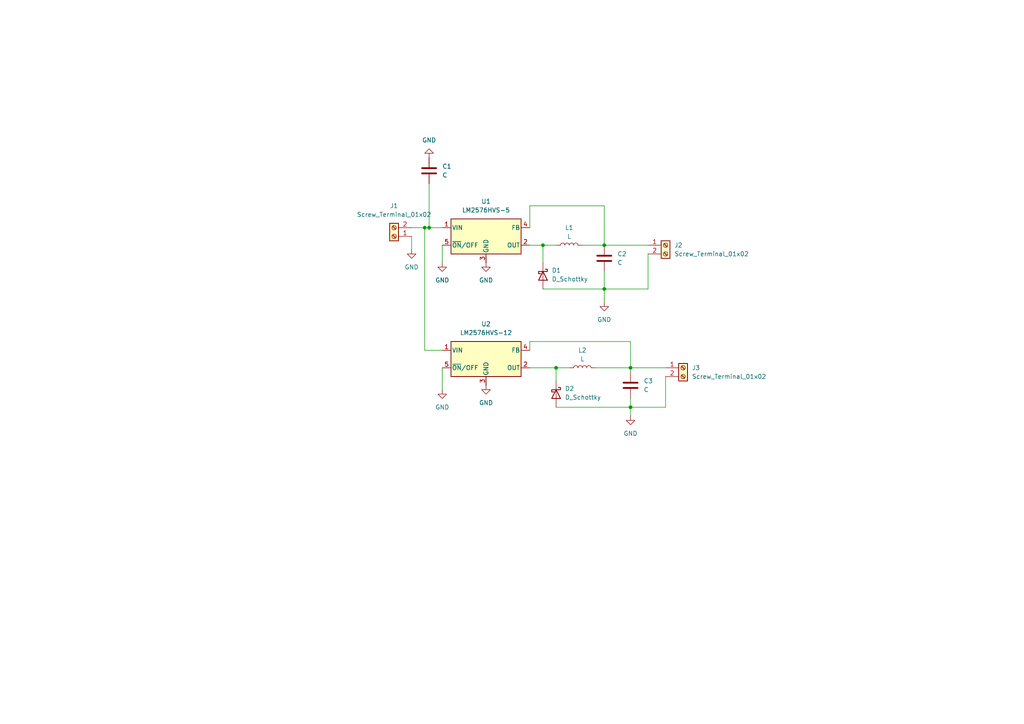
<source format=kicad_sch>
(kicad_sch
	(version 20250114)
	(generator "eeschema")
	(generator_version "9.0")
	(uuid "a359a980-6c20-4d06-addb-a7e1b17d83ec")
	(paper "A4")
	(lib_symbols
		(symbol "Connector:Screw_Terminal_01x02"
			(pin_names
				(offset 1.016)
				(hide yes)
			)
			(exclude_from_sim no)
			(in_bom yes)
			(on_board yes)
			(property "Reference" "J"
				(at 0 2.54 0)
				(effects
					(font
						(size 1.27 1.27)
					)
				)
			)
			(property "Value" "Screw_Terminal_01x02"
				(at 0 -5.08 0)
				(effects
					(font
						(size 1.27 1.27)
					)
				)
			)
			(property "Footprint" ""
				(at 0 0 0)
				(effects
					(font
						(size 1.27 1.27)
					)
					(hide yes)
				)
			)
			(property "Datasheet" "~"
				(at 0 0 0)
				(effects
					(font
						(size 1.27 1.27)
					)
					(hide yes)
				)
			)
			(property "Description" "Generic screw terminal, single row, 01x02, script generated (kicad-library-utils/schlib/autogen/connector/)"
				(at 0 0 0)
				(effects
					(font
						(size 1.27 1.27)
					)
					(hide yes)
				)
			)
			(property "ki_keywords" "screw terminal"
				(at 0 0 0)
				(effects
					(font
						(size 1.27 1.27)
					)
					(hide yes)
				)
			)
			(property "ki_fp_filters" "TerminalBlock*:*"
				(at 0 0 0)
				(effects
					(font
						(size 1.27 1.27)
					)
					(hide yes)
				)
			)
			(symbol "Screw_Terminal_01x02_1_1"
				(rectangle
					(start -1.27 1.27)
					(end 1.27 -3.81)
					(stroke
						(width 0.254)
						(type default)
					)
					(fill
						(type background)
					)
				)
				(polyline
					(pts
						(xy -0.5334 0.3302) (xy 0.3302 -0.508)
					)
					(stroke
						(width 0.1524)
						(type default)
					)
					(fill
						(type none)
					)
				)
				(polyline
					(pts
						(xy -0.5334 -2.2098) (xy 0.3302 -3.048)
					)
					(stroke
						(width 0.1524)
						(type default)
					)
					(fill
						(type none)
					)
				)
				(polyline
					(pts
						(xy -0.3556 0.508) (xy 0.508 -0.3302)
					)
					(stroke
						(width 0.1524)
						(type default)
					)
					(fill
						(type none)
					)
				)
				(polyline
					(pts
						(xy -0.3556 -2.032) (xy 0.508 -2.8702)
					)
					(stroke
						(width 0.1524)
						(type default)
					)
					(fill
						(type none)
					)
				)
				(circle
					(center 0 0)
					(radius 0.635)
					(stroke
						(width 0.1524)
						(type default)
					)
					(fill
						(type none)
					)
				)
				(circle
					(center 0 -2.54)
					(radius 0.635)
					(stroke
						(width 0.1524)
						(type default)
					)
					(fill
						(type none)
					)
				)
				(pin passive line
					(at -5.08 0 0)
					(length 3.81)
					(name "Pin_1"
						(effects
							(font
								(size 1.27 1.27)
							)
						)
					)
					(number "1"
						(effects
							(font
								(size 1.27 1.27)
							)
						)
					)
				)
				(pin passive line
					(at -5.08 -2.54 0)
					(length 3.81)
					(name "Pin_2"
						(effects
							(font
								(size 1.27 1.27)
							)
						)
					)
					(number "2"
						(effects
							(font
								(size 1.27 1.27)
							)
						)
					)
				)
			)
			(embedded_fonts no)
		)
		(symbol "Device:C"
			(pin_numbers
				(hide yes)
			)
			(pin_names
				(offset 0.254)
			)
			(exclude_from_sim no)
			(in_bom yes)
			(on_board yes)
			(property "Reference" "C"
				(at 0.635 2.54 0)
				(effects
					(font
						(size 1.27 1.27)
					)
					(justify left)
				)
			)
			(property "Value" "C"
				(at 0.635 -2.54 0)
				(effects
					(font
						(size 1.27 1.27)
					)
					(justify left)
				)
			)
			(property "Footprint" ""
				(at 0.9652 -3.81 0)
				(effects
					(font
						(size 1.27 1.27)
					)
					(hide yes)
				)
			)
			(property "Datasheet" "~"
				(at 0 0 0)
				(effects
					(font
						(size 1.27 1.27)
					)
					(hide yes)
				)
			)
			(property "Description" "Unpolarized capacitor"
				(at 0 0 0)
				(effects
					(font
						(size 1.27 1.27)
					)
					(hide yes)
				)
			)
			(property "ki_keywords" "cap capacitor"
				(at 0 0 0)
				(effects
					(font
						(size 1.27 1.27)
					)
					(hide yes)
				)
			)
			(property "ki_fp_filters" "C_*"
				(at 0 0 0)
				(effects
					(font
						(size 1.27 1.27)
					)
					(hide yes)
				)
			)
			(symbol "C_0_1"
				(polyline
					(pts
						(xy -2.032 0.762) (xy 2.032 0.762)
					)
					(stroke
						(width 0.508)
						(type default)
					)
					(fill
						(type none)
					)
				)
				(polyline
					(pts
						(xy -2.032 -0.762) (xy 2.032 -0.762)
					)
					(stroke
						(width 0.508)
						(type default)
					)
					(fill
						(type none)
					)
				)
			)
			(symbol "C_1_1"
				(pin passive line
					(at 0 3.81 270)
					(length 2.794)
					(name "~"
						(effects
							(font
								(size 1.27 1.27)
							)
						)
					)
					(number "1"
						(effects
							(font
								(size 1.27 1.27)
							)
						)
					)
				)
				(pin passive line
					(at 0 -3.81 90)
					(length 2.794)
					(name "~"
						(effects
							(font
								(size 1.27 1.27)
							)
						)
					)
					(number "2"
						(effects
							(font
								(size 1.27 1.27)
							)
						)
					)
				)
			)
			(embedded_fonts no)
		)
		(symbol "Device:D_Schottky"
			(pin_numbers
				(hide yes)
			)
			(pin_names
				(offset 1.016)
				(hide yes)
			)
			(exclude_from_sim no)
			(in_bom yes)
			(on_board yes)
			(property "Reference" "D"
				(at 0 2.54 0)
				(effects
					(font
						(size 1.27 1.27)
					)
				)
			)
			(property "Value" "D_Schottky"
				(at 0 -2.54 0)
				(effects
					(font
						(size 1.27 1.27)
					)
				)
			)
			(property "Footprint" ""
				(at 0 0 0)
				(effects
					(font
						(size 1.27 1.27)
					)
					(hide yes)
				)
			)
			(property "Datasheet" "~"
				(at 0 0 0)
				(effects
					(font
						(size 1.27 1.27)
					)
					(hide yes)
				)
			)
			(property "Description" "Schottky diode"
				(at 0 0 0)
				(effects
					(font
						(size 1.27 1.27)
					)
					(hide yes)
				)
			)
			(property "ki_keywords" "diode Schottky"
				(at 0 0 0)
				(effects
					(font
						(size 1.27 1.27)
					)
					(hide yes)
				)
			)
			(property "ki_fp_filters" "TO-???* *_Diode_* *SingleDiode* D_*"
				(at 0 0 0)
				(effects
					(font
						(size 1.27 1.27)
					)
					(hide yes)
				)
			)
			(symbol "D_Schottky_0_1"
				(polyline
					(pts
						(xy -1.905 0.635) (xy -1.905 1.27) (xy -1.27 1.27) (xy -1.27 -1.27) (xy -0.635 -1.27) (xy -0.635 -0.635)
					)
					(stroke
						(width 0.254)
						(type default)
					)
					(fill
						(type none)
					)
				)
				(polyline
					(pts
						(xy 1.27 1.27) (xy 1.27 -1.27) (xy -1.27 0) (xy 1.27 1.27)
					)
					(stroke
						(width 0.254)
						(type default)
					)
					(fill
						(type none)
					)
				)
				(polyline
					(pts
						(xy 1.27 0) (xy -1.27 0)
					)
					(stroke
						(width 0)
						(type default)
					)
					(fill
						(type none)
					)
				)
			)
			(symbol "D_Schottky_1_1"
				(pin passive line
					(at -3.81 0 0)
					(length 2.54)
					(name "K"
						(effects
							(font
								(size 1.27 1.27)
							)
						)
					)
					(number "1"
						(effects
							(font
								(size 1.27 1.27)
							)
						)
					)
				)
				(pin passive line
					(at 3.81 0 180)
					(length 2.54)
					(name "A"
						(effects
							(font
								(size 1.27 1.27)
							)
						)
					)
					(number "2"
						(effects
							(font
								(size 1.27 1.27)
							)
						)
					)
				)
			)
			(embedded_fonts no)
		)
		(symbol "Device:L"
			(pin_numbers
				(hide yes)
			)
			(pin_names
				(offset 1.016)
				(hide yes)
			)
			(exclude_from_sim no)
			(in_bom yes)
			(on_board yes)
			(property "Reference" "L"
				(at -1.27 0 90)
				(effects
					(font
						(size 1.27 1.27)
					)
				)
			)
			(property "Value" "L"
				(at 1.905 0 90)
				(effects
					(font
						(size 1.27 1.27)
					)
				)
			)
			(property "Footprint" ""
				(at 0 0 0)
				(effects
					(font
						(size 1.27 1.27)
					)
					(hide yes)
				)
			)
			(property "Datasheet" "~"
				(at 0 0 0)
				(effects
					(font
						(size 1.27 1.27)
					)
					(hide yes)
				)
			)
			(property "Description" "Inductor"
				(at 0 0 0)
				(effects
					(font
						(size 1.27 1.27)
					)
					(hide yes)
				)
			)
			(property "ki_keywords" "inductor choke coil reactor magnetic"
				(at 0 0 0)
				(effects
					(font
						(size 1.27 1.27)
					)
					(hide yes)
				)
			)
			(property "ki_fp_filters" "Choke_* *Coil* Inductor_* L_*"
				(at 0 0 0)
				(effects
					(font
						(size 1.27 1.27)
					)
					(hide yes)
				)
			)
			(symbol "L_0_1"
				(arc
					(start 0 2.54)
					(mid 0.6323 1.905)
					(end 0 1.27)
					(stroke
						(width 0)
						(type default)
					)
					(fill
						(type none)
					)
				)
				(arc
					(start 0 1.27)
					(mid 0.6323 0.635)
					(end 0 0)
					(stroke
						(width 0)
						(type default)
					)
					(fill
						(type none)
					)
				)
				(arc
					(start 0 0)
					(mid 0.6323 -0.635)
					(end 0 -1.27)
					(stroke
						(width 0)
						(type default)
					)
					(fill
						(type none)
					)
				)
				(arc
					(start 0 -1.27)
					(mid 0.6323 -1.905)
					(end 0 -2.54)
					(stroke
						(width 0)
						(type default)
					)
					(fill
						(type none)
					)
				)
			)
			(symbol "L_1_1"
				(pin passive line
					(at 0 3.81 270)
					(length 1.27)
					(name "1"
						(effects
							(font
								(size 1.27 1.27)
							)
						)
					)
					(number "1"
						(effects
							(font
								(size 1.27 1.27)
							)
						)
					)
				)
				(pin passive line
					(at 0 -3.81 90)
					(length 1.27)
					(name "2"
						(effects
							(font
								(size 1.27 1.27)
							)
						)
					)
					(number "2"
						(effects
							(font
								(size 1.27 1.27)
							)
						)
					)
				)
			)
			(embedded_fonts no)
		)
		(symbol "Regulator_Switching:LM2576HVS-12"
			(pin_names
				(offset 0.254)
			)
			(exclude_from_sim no)
			(in_bom yes)
			(on_board yes)
			(property "Reference" "U"
				(at -10.16 6.35 0)
				(effects
					(font
						(size 1.27 1.27)
					)
					(justify left)
				)
			)
			(property "Value" "LM2576HVS-12"
				(at 0 6.35 0)
				(effects
					(font
						(size 1.27 1.27)
					)
					(justify left)
				)
			)
			(property "Footprint" "Package_TO_SOT_SMD:TO-263-5_TabPin3"
				(at 0 -6.35 0)
				(effects
					(font
						(size 1.27 1.27)
						(italic yes)
					)
					(justify left)
					(hide yes)
				)
			)
			(property "Datasheet" "http://www.ti.com/lit/ds/symlink/lm2576.pdf"
				(at 0 0 0)
				(effects
					(font
						(size 1.27 1.27)
					)
					(hide yes)
				)
			)
			(property "Description" "12V, 3A SIMPLE SWITCHER® Step-Down Voltage Regulator, High Voltage Input, TO-263"
				(at 0 0 0)
				(effects
					(font
						(size 1.27 1.27)
					)
					(hide yes)
				)
			)
			(property "ki_keywords" "Step-Down Voltage Regulator 12V 3A High Voltage"
				(at 0 0 0)
				(effects
					(font
						(size 1.27 1.27)
					)
					(hide yes)
				)
			)
			(property "ki_fp_filters" "TO?263*"
				(at 0 0 0)
				(effects
					(font
						(size 1.27 1.27)
					)
					(hide yes)
				)
			)
			(symbol "LM2576HVS-12_0_1"
				(rectangle
					(start -10.16 5.08)
					(end 10.16 -5.08)
					(stroke
						(width 0.254)
						(type default)
					)
					(fill
						(type background)
					)
				)
			)
			(symbol "LM2576HVS-12_1_1"
				(pin power_in line
					(at -12.7 2.54 0)
					(length 2.54)
					(name "VIN"
						(effects
							(font
								(size 1.27 1.27)
							)
						)
					)
					(number "1"
						(effects
							(font
								(size 1.27 1.27)
							)
						)
					)
				)
				(pin input line
					(at -12.7 -2.54 0)
					(length 2.54)
					(name "~{ON}/OFF"
						(effects
							(font
								(size 1.27 1.27)
							)
						)
					)
					(number "5"
						(effects
							(font
								(size 1.27 1.27)
							)
						)
					)
				)
				(pin power_in line
					(at 0 -7.62 90)
					(length 2.54)
					(name "GND"
						(effects
							(font
								(size 1.27 1.27)
							)
						)
					)
					(number "3"
						(effects
							(font
								(size 1.27 1.27)
							)
						)
					)
				)
				(pin input line
					(at 12.7 2.54 180)
					(length 2.54)
					(name "FB"
						(effects
							(font
								(size 1.27 1.27)
							)
						)
					)
					(number "4"
						(effects
							(font
								(size 1.27 1.27)
							)
						)
					)
				)
				(pin output line
					(at 12.7 -2.54 180)
					(length 2.54)
					(name "OUT"
						(effects
							(font
								(size 1.27 1.27)
							)
						)
					)
					(number "2"
						(effects
							(font
								(size 1.27 1.27)
							)
						)
					)
				)
			)
			(embedded_fonts no)
		)
		(symbol "Regulator_Switching:LM2576HVS-5"
			(pin_names
				(offset 0.254)
			)
			(exclude_from_sim no)
			(in_bom yes)
			(on_board yes)
			(property "Reference" "U"
				(at -10.16 6.35 0)
				(effects
					(font
						(size 1.27 1.27)
					)
					(justify left)
				)
			)
			(property "Value" "LM2576HVS-5"
				(at 0 6.35 0)
				(effects
					(font
						(size 1.27 1.27)
					)
					(justify left)
				)
			)
			(property "Footprint" "Package_TO_SOT_SMD:TO-263-5_TabPin3"
				(at 0 -6.35 0)
				(effects
					(font
						(size 1.27 1.27)
						(italic yes)
					)
					(justify left)
					(hide yes)
				)
			)
			(property "Datasheet" "http://www.ti.com/lit/ds/symlink/lm2576.pdf"
				(at 0 0 0)
				(effects
					(font
						(size 1.27 1.27)
					)
					(hide yes)
				)
			)
			(property "Description" "5V 3A, SIMPLE SWITCHER® Step-Down Voltage Regulator, High Voltage Input, TO-263"
				(at 0 0 0)
				(effects
					(font
						(size 1.27 1.27)
					)
					(hide yes)
				)
			)
			(property "ki_keywords" "Step-Down Voltage Regulator 5V 3A High Voltage"
				(at 0 0 0)
				(effects
					(font
						(size 1.27 1.27)
					)
					(hide yes)
				)
			)
			(property "ki_fp_filters" "TO?263*"
				(at 0 0 0)
				(effects
					(font
						(size 1.27 1.27)
					)
					(hide yes)
				)
			)
			(symbol "LM2576HVS-5_0_1"
				(rectangle
					(start -10.16 5.08)
					(end 10.16 -5.08)
					(stroke
						(width 0.254)
						(type default)
					)
					(fill
						(type background)
					)
				)
			)
			(symbol "LM2576HVS-5_1_1"
				(pin power_in line
					(at -12.7 2.54 0)
					(length 2.54)
					(name "VIN"
						(effects
							(font
								(size 1.27 1.27)
							)
						)
					)
					(number "1"
						(effects
							(font
								(size 1.27 1.27)
							)
						)
					)
				)
				(pin input line
					(at -12.7 -2.54 0)
					(length 2.54)
					(name "~{ON}/OFF"
						(effects
							(font
								(size 1.27 1.27)
							)
						)
					)
					(number "5"
						(effects
							(font
								(size 1.27 1.27)
							)
						)
					)
				)
				(pin power_in line
					(at 0 -7.62 90)
					(length 2.54)
					(name "GND"
						(effects
							(font
								(size 1.27 1.27)
							)
						)
					)
					(number "3"
						(effects
							(font
								(size 1.27 1.27)
							)
						)
					)
				)
				(pin input line
					(at 12.7 2.54 180)
					(length 2.54)
					(name "FB"
						(effects
							(font
								(size 1.27 1.27)
							)
						)
					)
					(number "4"
						(effects
							(font
								(size 1.27 1.27)
							)
						)
					)
				)
				(pin output line
					(at 12.7 -2.54 180)
					(length 2.54)
					(name "OUT"
						(effects
							(font
								(size 1.27 1.27)
							)
						)
					)
					(number "2"
						(effects
							(font
								(size 1.27 1.27)
							)
						)
					)
				)
			)
			(embedded_fonts no)
		)
		(symbol "power:GND"
			(power)
			(pin_numbers
				(hide yes)
			)
			(pin_names
				(offset 0)
				(hide yes)
			)
			(exclude_from_sim no)
			(in_bom yes)
			(on_board yes)
			(property "Reference" "#PWR"
				(at 0 -6.35 0)
				(effects
					(font
						(size 1.27 1.27)
					)
					(hide yes)
				)
			)
			(property "Value" "GND"
				(at 0 -3.81 0)
				(effects
					(font
						(size 1.27 1.27)
					)
				)
			)
			(property "Footprint" ""
				(at 0 0 0)
				(effects
					(font
						(size 1.27 1.27)
					)
					(hide yes)
				)
			)
			(property "Datasheet" ""
				(at 0 0 0)
				(effects
					(font
						(size 1.27 1.27)
					)
					(hide yes)
				)
			)
			(property "Description" "Power symbol creates a global label with name \"GND\" , ground"
				(at 0 0 0)
				(effects
					(font
						(size 1.27 1.27)
					)
					(hide yes)
				)
			)
			(property "ki_keywords" "global power"
				(at 0 0 0)
				(effects
					(font
						(size 1.27 1.27)
					)
					(hide yes)
				)
			)
			(symbol "GND_0_1"
				(polyline
					(pts
						(xy 0 0) (xy 0 -1.27) (xy 1.27 -1.27) (xy 0 -2.54) (xy -1.27 -1.27) (xy 0 -1.27)
					)
					(stroke
						(width 0)
						(type default)
					)
					(fill
						(type none)
					)
				)
			)
			(symbol "GND_1_1"
				(pin power_in line
					(at 0 0 270)
					(length 0)
					(name "~"
						(effects
							(font
								(size 1.27 1.27)
							)
						)
					)
					(number "1"
						(effects
							(font
								(size 1.27 1.27)
							)
						)
					)
				)
			)
			(embedded_fonts no)
		)
	)
	(junction
		(at 161.29 106.68)
		(diameter 0)
		(color 0 0 0 0)
		(uuid "0237a178-f4fa-4dd0-8eec-c5a360df7205")
	)
	(junction
		(at 157.48 71.12)
		(diameter 0)
		(color 0 0 0 0)
		(uuid "0d605157-dd7b-40e6-b3da-7a8265f211d1")
	)
	(junction
		(at 124.46 66.04)
		(diameter 0)
		(color 0 0 0 0)
		(uuid "4c25d9cf-7c1a-4f5c-94a0-c16ee6427398")
	)
	(junction
		(at 175.26 83.82)
		(diameter 0)
		(color 0 0 0 0)
		(uuid "5f967704-0dc3-474f-981b-eefb2faf2e6b")
	)
	(junction
		(at 182.88 118.11)
		(diameter 0)
		(color 0 0 0 0)
		(uuid "78a7d14f-aa57-4fde-9cae-e3c17774c45d")
	)
	(junction
		(at 175.26 71.12)
		(diameter 0)
		(color 0 0 0 0)
		(uuid "902a9b64-28a8-43d8-9714-bcdac6475252")
	)
	(junction
		(at 123.19 66.04)
		(diameter 0)
		(color 0 0 0 0)
		(uuid "efb71dd7-4ae3-468e-a09c-d84df6af89e5")
	)
	(junction
		(at 182.88 106.68)
		(diameter 0)
		(color 0 0 0 0)
		(uuid "f9e596ab-8396-4916-a381-1de6926ab0ad")
	)
	(wire
		(pts
			(xy 175.26 59.69) (xy 153.67 59.69)
		)
		(stroke
			(width 0)
			(type default)
		)
		(uuid "05989d3d-fbb2-419e-9a4c-c9895c634b5c")
	)
	(wire
		(pts
			(xy 182.88 118.11) (xy 182.88 120.65)
		)
		(stroke
			(width 0)
			(type default)
		)
		(uuid "06ccea80-f7dd-4b5c-97e2-16dd1c3870b2")
	)
	(wire
		(pts
			(xy 182.88 118.11) (xy 182.88 115.57)
		)
		(stroke
			(width 0)
			(type default)
		)
		(uuid "07242916-a798-4fae-93a2-7d77da88443b")
	)
	(wire
		(pts
			(xy 161.29 106.68) (xy 161.29 110.49)
		)
		(stroke
			(width 0)
			(type default)
		)
		(uuid "088b5fa1-406d-436b-b0f8-635aab0df632")
	)
	(wire
		(pts
			(xy 175.26 83.82) (xy 175.26 87.63)
		)
		(stroke
			(width 0)
			(type default)
		)
		(uuid "0fc58635-5062-4946-aaaf-9de2eaa16f38")
	)
	(wire
		(pts
			(xy 182.88 118.11) (xy 193.04 118.11)
		)
		(stroke
			(width 0)
			(type default)
		)
		(uuid "1dffd881-ef4e-4bc1-89e2-45a90456ba2b")
	)
	(wire
		(pts
			(xy 157.48 83.82) (xy 175.26 83.82)
		)
		(stroke
			(width 0)
			(type default)
		)
		(uuid "1fe863a0-7a16-42b6-9f66-a8c5843b0a58")
	)
	(wire
		(pts
			(xy 168.91 71.12) (xy 175.26 71.12)
		)
		(stroke
			(width 0)
			(type default)
		)
		(uuid "2a9af759-7dce-4b77-95ec-28757acb17d8")
	)
	(wire
		(pts
			(xy 128.27 71.12) (xy 128.27 76.2)
		)
		(stroke
			(width 0)
			(type default)
		)
		(uuid "2b2a1d31-a7d8-4b58-91a8-31bdd1308ab2")
	)
	(wire
		(pts
			(xy 182.88 106.68) (xy 182.88 99.06)
		)
		(stroke
			(width 0)
			(type default)
		)
		(uuid "2bb155a3-cfa0-4938-81ec-1765aa7ed315")
	)
	(wire
		(pts
			(xy 124.46 66.04) (xy 128.27 66.04)
		)
		(stroke
			(width 0)
			(type default)
		)
		(uuid "2ec2e24f-99ec-4017-a97b-4bcf9a5cf9ba")
	)
	(wire
		(pts
			(xy 161.29 106.68) (xy 165.1 106.68)
		)
		(stroke
			(width 0)
			(type default)
		)
		(uuid "349ae462-9003-4531-b496-d0b66466b33c")
	)
	(wire
		(pts
			(xy 175.26 71.12) (xy 187.96 71.12)
		)
		(stroke
			(width 0)
			(type default)
		)
		(uuid "3bd4f261-e0c8-455a-9856-052259a43ab9")
	)
	(wire
		(pts
			(xy 153.67 99.06) (xy 153.67 101.6)
		)
		(stroke
			(width 0)
			(type default)
		)
		(uuid "3d4e5272-3a35-44b4-a121-50245c1c31b2")
	)
	(wire
		(pts
			(xy 187.96 73.66) (xy 187.96 83.82)
		)
		(stroke
			(width 0)
			(type default)
		)
		(uuid "405e7e9e-7b30-46c7-8528-f4a2c196d709")
	)
	(wire
		(pts
			(xy 182.88 106.68) (xy 193.04 106.68)
		)
		(stroke
			(width 0)
			(type default)
		)
		(uuid "437351a7-8fac-4c0c-b44f-af4e868656b3")
	)
	(wire
		(pts
			(xy 161.29 118.11) (xy 182.88 118.11)
		)
		(stroke
			(width 0)
			(type default)
		)
		(uuid "519be551-046c-41bb-ab7e-9ffea193014d")
	)
	(wire
		(pts
			(xy 153.67 106.68) (xy 161.29 106.68)
		)
		(stroke
			(width 0)
			(type default)
		)
		(uuid "5282ee48-a335-4cf8-a53a-305069732768")
	)
	(wire
		(pts
			(xy 124.46 53.34) (xy 124.46 66.04)
		)
		(stroke
			(width 0)
			(type default)
		)
		(uuid "53ceb35e-4391-4d94-a395-2a6f4df16071")
	)
	(wire
		(pts
			(xy 175.26 78.74) (xy 175.26 83.82)
		)
		(stroke
			(width 0)
			(type default)
		)
		(uuid "610f638c-ea02-4a4e-90e0-28abb8d37bd5")
	)
	(wire
		(pts
			(xy 153.67 59.69) (xy 153.67 66.04)
		)
		(stroke
			(width 0)
			(type default)
		)
		(uuid "625cc7a5-3d7f-4702-8bfb-a891a64c0a3f")
	)
	(wire
		(pts
			(xy 119.38 68.58) (xy 119.38 72.39)
		)
		(stroke
			(width 0)
			(type default)
		)
		(uuid "658be247-f458-47ba-80fa-40566b4afffa")
	)
	(wire
		(pts
			(xy 182.88 99.06) (xy 153.67 99.06)
		)
		(stroke
			(width 0)
			(type default)
		)
		(uuid "66e82e86-ae5e-4fab-887c-558403736c1e")
	)
	(wire
		(pts
			(xy 172.72 106.68) (xy 182.88 106.68)
		)
		(stroke
			(width 0)
			(type default)
		)
		(uuid "7ae1b473-267d-4fa1-bf8a-c928bbe6ca8b")
	)
	(wire
		(pts
			(xy 123.19 66.04) (xy 124.46 66.04)
		)
		(stroke
			(width 0)
			(type default)
		)
		(uuid "8988fdba-5368-4dbc-a85f-c1aa056e3a01")
	)
	(wire
		(pts
			(xy 123.19 66.04) (xy 123.19 101.6)
		)
		(stroke
			(width 0)
			(type default)
		)
		(uuid "9ca8435d-1472-4441-94ce-3d3dd0e2a43a")
	)
	(wire
		(pts
			(xy 128.27 106.68) (xy 128.27 113.03)
		)
		(stroke
			(width 0)
			(type default)
		)
		(uuid "aafe527e-a1e7-417b-bc0b-5dee032817cb")
	)
	(wire
		(pts
			(xy 157.48 71.12) (xy 161.29 71.12)
		)
		(stroke
			(width 0)
			(type default)
		)
		(uuid "b7d0f00c-1ffe-4e41-9ee1-7e057ffa1f7e")
	)
	(wire
		(pts
			(xy 182.88 106.68) (xy 182.88 107.95)
		)
		(stroke
			(width 0)
			(type default)
		)
		(uuid "bdb2a052-843f-444c-9406-ddff3d9c2c8f")
	)
	(wire
		(pts
			(xy 153.67 71.12) (xy 157.48 71.12)
		)
		(stroke
			(width 0)
			(type default)
		)
		(uuid "c365d430-337a-49b7-8fa3-7f39a9e39e64")
	)
	(wire
		(pts
			(xy 193.04 118.11) (xy 193.04 109.22)
		)
		(stroke
			(width 0)
			(type default)
		)
		(uuid "ce804779-a0b5-4351-81f6-dcd73e88950e")
	)
	(wire
		(pts
			(xy 175.26 71.12) (xy 175.26 59.69)
		)
		(stroke
			(width 0)
			(type default)
		)
		(uuid "d4eed99f-e7f8-4528-86a5-810e3c5e928a")
	)
	(wire
		(pts
			(xy 175.26 83.82) (xy 187.96 83.82)
		)
		(stroke
			(width 0)
			(type default)
		)
		(uuid "e5557866-6434-41f7-8c94-7cb9fc764b90")
	)
	(wire
		(pts
			(xy 119.38 66.04) (xy 123.19 66.04)
		)
		(stroke
			(width 0)
			(type default)
		)
		(uuid "e6d5e119-56a5-4d04-b7d8-39bbf6765f1b")
	)
	(wire
		(pts
			(xy 123.19 101.6) (xy 128.27 101.6)
		)
		(stroke
			(width 0)
			(type default)
		)
		(uuid "e94b83e2-f49d-4731-bf98-b073e50d6899")
	)
	(wire
		(pts
			(xy 157.48 71.12) (xy 157.48 76.2)
		)
		(stroke
			(width 0)
			(type default)
		)
		(uuid "fd1e9910-3792-4421-a0ed-6a84d2895e6b")
	)
	(symbol
		(lib_id "power:GND")
		(at 140.97 111.76 0)
		(unit 1)
		(exclude_from_sim no)
		(in_bom yes)
		(on_board yes)
		(dnp no)
		(fields_autoplaced yes)
		(uuid "0d715392-9371-43ae-8e1b-91f43903bccd")
		(property "Reference" "#PWR06"
			(at 140.97 118.11 0)
			(effects
				(font
					(size 1.27 1.27)
				)
				(hide yes)
			)
		)
		(property "Value" "GND"
			(at 140.97 116.84 0)
			(effects
				(font
					(size 1.27 1.27)
				)
			)
		)
		(property "Footprint" ""
			(at 140.97 111.76 0)
			(effects
				(font
					(size 1.27 1.27)
				)
				(hide yes)
			)
		)
		(property "Datasheet" ""
			(at 140.97 111.76 0)
			(effects
				(font
					(size 1.27 1.27)
				)
				(hide yes)
			)
		)
		(property "Description" "Power symbol creates a global label with name \"GND\" , ground"
			(at 140.97 111.76 0)
			(effects
				(font
					(size 1.27 1.27)
				)
				(hide yes)
			)
		)
		(pin "1"
			(uuid "43eba3ff-3f40-42cb-9647-49d7a1fa965f")
		)
		(instances
			(project "buck_converter"
				(path "/a359a980-6c20-4d06-addb-a7e1b17d83ec"
					(reference "#PWR06")
					(unit 1)
				)
			)
		)
	)
	(symbol
		(lib_id "Connector:Screw_Terminal_01x02")
		(at 193.04 71.12 0)
		(unit 1)
		(exclude_from_sim no)
		(in_bom yes)
		(on_board yes)
		(dnp no)
		(fields_autoplaced yes)
		(uuid "0ea325b9-430e-484d-8576-71087d7d1cf4")
		(property "Reference" "J2"
			(at 195.58 71.1199 0)
			(effects
				(font
					(size 1.27 1.27)
				)
				(justify left)
			)
		)
		(property "Value" "Screw_Terminal_01x02"
			(at 195.58 73.6599 0)
			(effects
				(font
					(size 1.27 1.27)
				)
				(justify left)
			)
		)
		(property "Footprint" ""
			(at 193.04 71.12 0)
			(effects
				(font
					(size 1.27 1.27)
				)
				(hide yes)
			)
		)
		(property "Datasheet" "~"
			(at 193.04 71.12 0)
			(effects
				(font
					(size 1.27 1.27)
				)
				(hide yes)
			)
		)
		(property "Description" "Generic screw terminal, single row, 01x02, script generated (kicad-library-utils/schlib/autogen/connector/)"
			(at 193.04 71.12 0)
			(effects
				(font
					(size 1.27 1.27)
				)
				(hide yes)
			)
		)
		(pin "1"
			(uuid "6c0c9bd1-aef8-407d-8973-91932ad46f34")
		)
		(pin "2"
			(uuid "59b02d1f-1d3a-4eca-a984-a580d560cb94")
		)
		(instances
			(project ""
				(path "/a359a980-6c20-4d06-addb-a7e1b17d83ec"
					(reference "J2")
					(unit 1)
				)
			)
		)
	)
	(symbol
		(lib_id "power:GND")
		(at 140.97 76.2 0)
		(unit 1)
		(exclude_from_sim no)
		(in_bom yes)
		(on_board yes)
		(dnp no)
		(fields_autoplaced yes)
		(uuid "141d86f4-efa6-432c-8517-6fe0cb2edaaa")
		(property "Reference" "#PWR03"
			(at 140.97 82.55 0)
			(effects
				(font
					(size 1.27 1.27)
				)
				(hide yes)
			)
		)
		(property "Value" "GND"
			(at 140.97 81.28 0)
			(effects
				(font
					(size 1.27 1.27)
				)
			)
		)
		(property "Footprint" ""
			(at 140.97 76.2 0)
			(effects
				(font
					(size 1.27 1.27)
				)
				(hide yes)
			)
		)
		(property "Datasheet" ""
			(at 140.97 76.2 0)
			(effects
				(font
					(size 1.27 1.27)
				)
				(hide yes)
			)
		)
		(property "Description" "Power symbol creates a global label with name \"GND\" , ground"
			(at 140.97 76.2 0)
			(effects
				(font
					(size 1.27 1.27)
				)
				(hide yes)
			)
		)
		(pin "1"
			(uuid "1ca5eec7-8775-4f5b-8eb4-f6f63cc5e066")
		)
		(instances
			(project "buck_converter"
				(path "/a359a980-6c20-4d06-addb-a7e1b17d83ec"
					(reference "#PWR03")
					(unit 1)
				)
			)
		)
	)
	(symbol
		(lib_id "power:GND")
		(at 119.38 72.39 0)
		(unit 1)
		(exclude_from_sim no)
		(in_bom yes)
		(on_board yes)
		(dnp no)
		(fields_autoplaced yes)
		(uuid "14c88696-2f06-4846-a527-70b3a6e92e28")
		(property "Reference" "#PWR01"
			(at 119.38 78.74 0)
			(effects
				(font
					(size 1.27 1.27)
				)
				(hide yes)
			)
		)
		(property "Value" "GND"
			(at 119.38 77.47 0)
			(effects
				(font
					(size 1.27 1.27)
				)
			)
		)
		(property "Footprint" ""
			(at 119.38 72.39 0)
			(effects
				(font
					(size 1.27 1.27)
				)
				(hide yes)
			)
		)
		(property "Datasheet" ""
			(at 119.38 72.39 0)
			(effects
				(font
					(size 1.27 1.27)
				)
				(hide yes)
			)
		)
		(property "Description" "Power symbol creates a global label with name \"GND\" , ground"
			(at 119.38 72.39 0)
			(effects
				(font
					(size 1.27 1.27)
				)
				(hide yes)
			)
		)
		(pin "1"
			(uuid "559e7404-665f-4026-910e-a58425fa3f96")
		)
		(instances
			(project ""
				(path "/a359a980-6c20-4d06-addb-a7e1b17d83ec"
					(reference "#PWR01")
					(unit 1)
				)
			)
		)
	)
	(symbol
		(lib_id "Device:C")
		(at 175.26 74.93 0)
		(unit 1)
		(exclude_from_sim no)
		(in_bom yes)
		(on_board yes)
		(dnp no)
		(fields_autoplaced yes)
		(uuid "203a7d14-9301-4dd3-8e46-fbe06c8168b4")
		(property "Reference" "C2"
			(at 179.07 73.6599 0)
			(effects
				(font
					(size 1.27 1.27)
				)
				(justify left)
			)
		)
		(property "Value" "C"
			(at 179.07 76.1999 0)
			(effects
				(font
					(size 1.27 1.27)
				)
				(justify left)
			)
		)
		(property "Footprint" ""
			(at 176.2252 78.74 0)
			(effects
				(font
					(size 1.27 1.27)
				)
				(hide yes)
			)
		)
		(property "Datasheet" "~"
			(at 175.26 74.93 0)
			(effects
				(font
					(size 1.27 1.27)
				)
				(hide yes)
			)
		)
		(property "Description" "Unpolarized capacitor"
			(at 175.26 74.93 0)
			(effects
				(font
					(size 1.27 1.27)
				)
				(hide yes)
			)
		)
		(pin "2"
			(uuid "746f3b85-400a-4403-86d2-1fbd2c7e8cc9")
		)
		(pin "1"
			(uuid "3ec69dd9-2c78-4417-8adf-59be12159183")
		)
		(instances
			(project "buck_converter"
				(path "/a359a980-6c20-4d06-addb-a7e1b17d83ec"
					(reference "C2")
					(unit 1)
				)
			)
		)
	)
	(symbol
		(lib_id "Connector:Screw_Terminal_01x02")
		(at 198.12 106.68 0)
		(unit 1)
		(exclude_from_sim no)
		(in_bom yes)
		(on_board yes)
		(dnp no)
		(fields_autoplaced yes)
		(uuid "21f2ec4f-f5e8-4504-b1b5-1648f13e5a97")
		(property "Reference" "J3"
			(at 200.66 106.6799 0)
			(effects
				(font
					(size 1.27 1.27)
				)
				(justify left)
			)
		)
		(property "Value" "Screw_Terminal_01x02"
			(at 200.66 109.2199 0)
			(effects
				(font
					(size 1.27 1.27)
				)
				(justify left)
			)
		)
		(property "Footprint" ""
			(at 198.12 106.68 0)
			(effects
				(font
					(size 1.27 1.27)
				)
				(hide yes)
			)
		)
		(property "Datasheet" "~"
			(at 198.12 106.68 0)
			(effects
				(font
					(size 1.27 1.27)
				)
				(hide yes)
			)
		)
		(property "Description" "Generic screw terminal, single row, 01x02, script generated (kicad-library-utils/schlib/autogen/connector/)"
			(at 198.12 106.68 0)
			(effects
				(font
					(size 1.27 1.27)
				)
				(hide yes)
			)
		)
		(pin "1"
			(uuid "469860fa-1c19-4004-a5e7-a7ecb7773ec0")
		)
		(pin "2"
			(uuid "4a439fae-8276-461c-bfcb-ee5f7261c991")
		)
		(instances
			(project "buck_converter"
				(path "/a359a980-6c20-4d06-addb-a7e1b17d83ec"
					(reference "J3")
					(unit 1)
				)
			)
		)
	)
	(symbol
		(lib_id "power:GND")
		(at 128.27 76.2 0)
		(unit 1)
		(exclude_from_sim no)
		(in_bom yes)
		(on_board yes)
		(dnp no)
		(fields_autoplaced yes)
		(uuid "3327988b-4c08-4499-92d8-d8589fa91aa8")
		(property "Reference" "#PWR04"
			(at 128.27 82.55 0)
			(effects
				(font
					(size 1.27 1.27)
				)
				(hide yes)
			)
		)
		(property "Value" "GND"
			(at 128.27 81.28 0)
			(effects
				(font
					(size 1.27 1.27)
				)
			)
		)
		(property "Footprint" ""
			(at 128.27 76.2 0)
			(effects
				(font
					(size 1.27 1.27)
				)
				(hide yes)
			)
		)
		(property "Datasheet" ""
			(at 128.27 76.2 0)
			(effects
				(font
					(size 1.27 1.27)
				)
				(hide yes)
			)
		)
		(property "Description" "Power symbol creates a global label with name \"GND\" , ground"
			(at 128.27 76.2 0)
			(effects
				(font
					(size 1.27 1.27)
				)
				(hide yes)
			)
		)
		(pin "1"
			(uuid "44c125da-0261-4c98-abfd-cd24c9a552b1")
		)
		(instances
			(project "buck_converter"
				(path "/a359a980-6c20-4d06-addb-a7e1b17d83ec"
					(reference "#PWR04")
					(unit 1)
				)
			)
		)
	)
	(symbol
		(lib_id "Device:D_Schottky")
		(at 157.48 80.01 270)
		(unit 1)
		(exclude_from_sim no)
		(in_bom yes)
		(on_board yes)
		(dnp no)
		(fields_autoplaced yes)
		(uuid "495f0eec-f7e7-426e-9c7d-9d04d1f65824")
		(property "Reference" "D1"
			(at 160.02 78.4224 90)
			(effects
				(font
					(size 1.27 1.27)
				)
				(justify left)
			)
		)
		(property "Value" "D_Schottky"
			(at 160.02 80.9624 90)
			(effects
				(font
					(size 1.27 1.27)
				)
				(justify left)
			)
		)
		(property "Footprint" ""
			(at 157.48 80.01 0)
			(effects
				(font
					(size 1.27 1.27)
				)
				(hide yes)
			)
		)
		(property "Datasheet" "~"
			(at 157.48 80.01 0)
			(effects
				(font
					(size 1.27 1.27)
				)
				(hide yes)
			)
		)
		(property "Description" "Schottky diode"
			(at 157.48 80.01 0)
			(effects
				(font
					(size 1.27 1.27)
				)
				(hide yes)
			)
		)
		(pin "2"
			(uuid "2a7041d9-e91e-442e-8051-e9d66d20d39f")
		)
		(pin "1"
			(uuid "210631e3-ec39-4acf-840c-0dfa19885f0c")
		)
		(instances
			(project ""
				(path "/a359a980-6c20-4d06-addb-a7e1b17d83ec"
					(reference "D1")
					(unit 1)
				)
			)
		)
	)
	(symbol
		(lib_id "Device:D_Schottky")
		(at 161.29 114.3 270)
		(unit 1)
		(exclude_from_sim no)
		(in_bom yes)
		(on_board yes)
		(dnp no)
		(fields_autoplaced yes)
		(uuid "51c2f07f-474e-472a-bf88-30c03e802ed0")
		(property "Reference" "D2"
			(at 163.83 112.7124 90)
			(effects
				(font
					(size 1.27 1.27)
				)
				(justify left)
			)
		)
		(property "Value" "D_Schottky"
			(at 163.83 115.2524 90)
			(effects
				(font
					(size 1.27 1.27)
				)
				(justify left)
			)
		)
		(property "Footprint" ""
			(at 161.29 114.3 0)
			(effects
				(font
					(size 1.27 1.27)
				)
				(hide yes)
			)
		)
		(property "Datasheet" "~"
			(at 161.29 114.3 0)
			(effects
				(font
					(size 1.27 1.27)
				)
				(hide yes)
			)
		)
		(property "Description" "Schottky diode"
			(at 161.29 114.3 0)
			(effects
				(font
					(size 1.27 1.27)
				)
				(hide yes)
			)
		)
		(pin "2"
			(uuid "469827b2-3936-4388-b715-34c9420c35b5")
		)
		(pin "1"
			(uuid "3871cab6-494a-4944-9b97-aa55b908c6c6")
		)
		(instances
			(project "buck_converter"
				(path "/a359a980-6c20-4d06-addb-a7e1b17d83ec"
					(reference "D2")
					(unit 1)
				)
			)
		)
	)
	(symbol
		(lib_id "Device:L")
		(at 165.1 71.12 90)
		(unit 1)
		(exclude_from_sim no)
		(in_bom yes)
		(on_board yes)
		(dnp no)
		(fields_autoplaced yes)
		(uuid "53b68b47-08d7-406b-a15f-fd4ba38e7fd6")
		(property "Reference" "L1"
			(at 165.1 66.04 90)
			(effects
				(font
					(size 1.27 1.27)
				)
			)
		)
		(property "Value" "L"
			(at 165.1 68.58 90)
			(effects
				(font
					(size 1.27 1.27)
				)
			)
		)
		(property "Footprint" ""
			(at 165.1 71.12 0)
			(effects
				(font
					(size 1.27 1.27)
				)
				(hide yes)
			)
		)
		(property "Datasheet" "~"
			(at 165.1 71.12 0)
			(effects
				(font
					(size 1.27 1.27)
				)
				(hide yes)
			)
		)
		(property "Description" "Inductor"
			(at 165.1 71.12 0)
			(effects
				(font
					(size 1.27 1.27)
				)
				(hide yes)
			)
		)
		(pin "1"
			(uuid "b312217c-0783-47f1-8d65-d97fd52f1c2d")
		)
		(pin "2"
			(uuid "d0987847-db88-4ed4-b7d7-afbde2b0dc66")
		)
		(instances
			(project ""
				(path "/a359a980-6c20-4d06-addb-a7e1b17d83ec"
					(reference "L1")
					(unit 1)
				)
			)
		)
	)
	(symbol
		(lib_id "Device:C")
		(at 182.88 111.76 0)
		(unit 1)
		(exclude_from_sim no)
		(in_bom yes)
		(on_board yes)
		(dnp no)
		(fields_autoplaced yes)
		(uuid "59de5740-8bc0-4acc-a1b5-b409226a0fd3")
		(property "Reference" "C3"
			(at 186.69 110.4899 0)
			(effects
				(font
					(size 1.27 1.27)
				)
				(justify left)
			)
		)
		(property "Value" "C"
			(at 186.69 113.0299 0)
			(effects
				(font
					(size 1.27 1.27)
				)
				(justify left)
			)
		)
		(property "Footprint" ""
			(at 183.8452 115.57 0)
			(effects
				(font
					(size 1.27 1.27)
				)
				(hide yes)
			)
		)
		(property "Datasheet" "~"
			(at 182.88 111.76 0)
			(effects
				(font
					(size 1.27 1.27)
				)
				(hide yes)
			)
		)
		(property "Description" "Unpolarized capacitor"
			(at 182.88 111.76 0)
			(effects
				(font
					(size 1.27 1.27)
				)
				(hide yes)
			)
		)
		(pin "2"
			(uuid "5b56862b-63e6-4101-9e30-ccd5963ea433")
		)
		(pin "1"
			(uuid "afc335ae-70c3-4d22-a257-adc3e4cdfde4")
		)
		(instances
			(project "buck_converter"
				(path "/a359a980-6c20-4d06-addb-a7e1b17d83ec"
					(reference "C3")
					(unit 1)
				)
			)
		)
	)
	(symbol
		(lib_id "Device:C")
		(at 124.46 49.53 0)
		(unit 1)
		(exclude_from_sim no)
		(in_bom yes)
		(on_board yes)
		(dnp no)
		(fields_autoplaced yes)
		(uuid "66fc79e3-3ad6-4cc2-aab7-bd948fe01be8")
		(property "Reference" "C1"
			(at 128.27 48.2599 0)
			(effects
				(font
					(size 1.27 1.27)
				)
				(justify left)
			)
		)
		(property "Value" "C"
			(at 128.27 50.7999 0)
			(effects
				(font
					(size 1.27 1.27)
				)
				(justify left)
			)
		)
		(property "Footprint" ""
			(at 125.4252 53.34 0)
			(effects
				(font
					(size 1.27 1.27)
				)
				(hide yes)
			)
		)
		(property "Datasheet" "~"
			(at 124.46 49.53 0)
			(effects
				(font
					(size 1.27 1.27)
				)
				(hide yes)
			)
		)
		(property "Description" "Unpolarized capacitor"
			(at 124.46 49.53 0)
			(effects
				(font
					(size 1.27 1.27)
				)
				(hide yes)
			)
		)
		(pin "2"
			(uuid "cdefbbcc-f497-4591-a5f3-da4e4dd8365d")
		)
		(pin "1"
			(uuid "753967f3-e075-4343-8e06-373961862e72")
		)
		(instances
			(project ""
				(path "/a359a980-6c20-4d06-addb-a7e1b17d83ec"
					(reference "C1")
					(unit 1)
				)
			)
		)
	)
	(symbol
		(lib_id "Device:L")
		(at 168.91 106.68 90)
		(unit 1)
		(exclude_from_sim no)
		(in_bom yes)
		(on_board yes)
		(dnp no)
		(fields_autoplaced yes)
		(uuid "6d2717dd-de98-4bac-b290-39e6227b1712")
		(property "Reference" "L2"
			(at 168.91 101.6 90)
			(effects
				(font
					(size 1.27 1.27)
				)
			)
		)
		(property "Value" "L"
			(at 168.91 104.14 90)
			(effects
				(font
					(size 1.27 1.27)
				)
			)
		)
		(property "Footprint" ""
			(at 168.91 106.68 0)
			(effects
				(font
					(size 1.27 1.27)
				)
				(hide yes)
			)
		)
		(property "Datasheet" "~"
			(at 168.91 106.68 0)
			(effects
				(font
					(size 1.27 1.27)
				)
				(hide yes)
			)
		)
		(property "Description" "Inductor"
			(at 168.91 106.68 0)
			(effects
				(font
					(size 1.27 1.27)
				)
				(hide yes)
			)
		)
		(pin "1"
			(uuid "74490e08-ee5a-4f89-9890-2e0ff2a2134e")
		)
		(pin "2"
			(uuid "7514badd-71c0-4a09-961a-4bc2ac434504")
		)
		(instances
			(project "buck_converter"
				(path "/a359a980-6c20-4d06-addb-a7e1b17d83ec"
					(reference "L2")
					(unit 1)
				)
			)
		)
	)
	(symbol
		(lib_id "Regulator_Switching:LM2576HVS-12")
		(at 140.97 104.14 0)
		(unit 1)
		(exclude_from_sim no)
		(in_bom yes)
		(on_board yes)
		(dnp no)
		(fields_autoplaced yes)
		(uuid "7028b91e-febd-4586-9446-a82a999cf8da")
		(property "Reference" "U2"
			(at 140.97 93.98 0)
			(effects
				(font
					(size 1.27 1.27)
				)
			)
		)
		(property "Value" "LM2576HVS-12"
			(at 140.97 96.52 0)
			(effects
				(font
					(size 1.27 1.27)
				)
			)
		)
		(property "Footprint" "Package_TO_SOT_SMD:TO-263-5_TabPin3"
			(at 140.97 110.49 0)
			(effects
				(font
					(size 1.27 1.27)
					(italic yes)
				)
				(justify left)
				(hide yes)
			)
		)
		(property "Datasheet" "http://www.ti.com/lit/ds/symlink/lm2576.pdf"
			(at 140.97 104.14 0)
			(effects
				(font
					(size 1.27 1.27)
				)
				(hide yes)
			)
		)
		(property "Description" "12V, 3A SIMPLE SWITCHER® Step-Down Voltage Regulator, High Voltage Input, TO-263"
			(at 140.97 104.14 0)
			(effects
				(font
					(size 1.27 1.27)
				)
				(hide yes)
			)
		)
		(pin "3"
			(uuid "a65ceb28-054d-4fef-a85f-c6d8cb336e2e")
		)
		(pin "1"
			(uuid "9664fe1f-045c-46cc-ad7f-0dc5444a4872")
		)
		(pin "5"
			(uuid "64d0fa99-df82-460e-823b-bf2b6f7b540f")
		)
		(pin "4"
			(uuid "9fcee52d-2d5c-408b-990f-7e9caf9093c1")
		)
		(pin "2"
			(uuid "bf88c5cd-4089-4731-9084-3928f6480304")
		)
		(instances
			(project ""
				(path "/a359a980-6c20-4d06-addb-a7e1b17d83ec"
					(reference "U2")
					(unit 1)
				)
			)
		)
	)
	(symbol
		(lib_id "power:GND")
		(at 182.88 120.65 0)
		(unit 1)
		(exclude_from_sim no)
		(in_bom yes)
		(on_board yes)
		(dnp no)
		(fields_autoplaced yes)
		(uuid "941e555c-6237-4d2f-9823-38061685f715")
		(property "Reference" "#PWR08"
			(at 182.88 127 0)
			(effects
				(font
					(size 1.27 1.27)
				)
				(hide yes)
			)
		)
		(property "Value" "GND"
			(at 182.88 125.73 0)
			(effects
				(font
					(size 1.27 1.27)
				)
			)
		)
		(property "Footprint" ""
			(at 182.88 120.65 0)
			(effects
				(font
					(size 1.27 1.27)
				)
				(hide yes)
			)
		)
		(property "Datasheet" ""
			(at 182.88 120.65 0)
			(effects
				(font
					(size 1.27 1.27)
				)
				(hide yes)
			)
		)
		(property "Description" "Power symbol creates a global label with name \"GND\" , ground"
			(at 182.88 120.65 0)
			(effects
				(font
					(size 1.27 1.27)
				)
				(hide yes)
			)
		)
		(pin "1"
			(uuid "683038f4-da90-4134-b4ac-7b6dcf81de5c")
		)
		(instances
			(project "buck_converter"
				(path "/a359a980-6c20-4d06-addb-a7e1b17d83ec"
					(reference "#PWR08")
					(unit 1)
				)
			)
		)
	)
	(symbol
		(lib_id "power:GND")
		(at 128.27 113.03 0)
		(unit 1)
		(exclude_from_sim no)
		(in_bom yes)
		(on_board yes)
		(dnp no)
		(fields_autoplaced yes)
		(uuid "bbc325c4-2ef2-4385-8ea1-8d5a6f72e802")
		(property "Reference" "#PWR07"
			(at 128.27 119.38 0)
			(effects
				(font
					(size 1.27 1.27)
				)
				(hide yes)
			)
		)
		(property "Value" "GND"
			(at 128.27 118.11 0)
			(effects
				(font
					(size 1.27 1.27)
				)
			)
		)
		(property "Footprint" ""
			(at 128.27 113.03 0)
			(effects
				(font
					(size 1.27 1.27)
				)
				(hide yes)
			)
		)
		(property "Datasheet" ""
			(at 128.27 113.03 0)
			(effects
				(font
					(size 1.27 1.27)
				)
				(hide yes)
			)
		)
		(property "Description" "Power symbol creates a global label with name \"GND\" , ground"
			(at 128.27 113.03 0)
			(effects
				(font
					(size 1.27 1.27)
				)
				(hide yes)
			)
		)
		(pin "1"
			(uuid "2fe579b9-c323-47c8-bedd-4517226d25c7")
		)
		(instances
			(project "buck_converter"
				(path "/a359a980-6c20-4d06-addb-a7e1b17d83ec"
					(reference "#PWR07")
					(unit 1)
				)
			)
		)
	)
	(symbol
		(lib_id "Connector:Screw_Terminal_01x02")
		(at 114.3 68.58 180)
		(unit 1)
		(exclude_from_sim no)
		(in_bom yes)
		(on_board yes)
		(dnp no)
		(fields_autoplaced yes)
		(uuid "d61c10f9-f77b-474b-b98d-fdc0c2e1a142")
		(property "Reference" "J1"
			(at 114.3 59.69 0)
			(effects
				(font
					(size 1.27 1.27)
				)
			)
		)
		(property "Value" "Screw_Terminal_01x02"
			(at 114.3 62.23 0)
			(effects
				(font
					(size 1.27 1.27)
				)
			)
		)
		(property "Footprint" ""
			(at 114.3 68.58 0)
			(effects
				(font
					(size 1.27 1.27)
				)
				(hide yes)
			)
		)
		(property "Datasheet" "~"
			(at 114.3 68.58 0)
			(effects
				(font
					(size 1.27 1.27)
				)
				(hide yes)
			)
		)
		(property "Description" "Generic screw terminal, single row, 01x02, script generated (kicad-library-utils/schlib/autogen/connector/)"
			(at 114.3 68.58 0)
			(effects
				(font
					(size 1.27 1.27)
				)
				(hide yes)
			)
		)
		(pin "1"
			(uuid "756400bb-a455-4398-8901-84b926063935")
		)
		(pin "2"
			(uuid "9a614268-34d8-4ffc-a619-b1bd475a0eec")
		)
		(instances
			(project ""
				(path "/a359a980-6c20-4d06-addb-a7e1b17d83ec"
					(reference "J1")
					(unit 1)
				)
			)
		)
	)
	(symbol
		(lib_id "power:GND")
		(at 175.26 87.63 0)
		(unit 1)
		(exclude_from_sim no)
		(in_bom yes)
		(on_board yes)
		(dnp no)
		(fields_autoplaced yes)
		(uuid "efdcc350-7cca-4f61-bc7e-7962506932d3")
		(property "Reference" "#PWR05"
			(at 175.26 93.98 0)
			(effects
				(font
					(size 1.27 1.27)
				)
				(hide yes)
			)
		)
		(property "Value" "GND"
			(at 175.26 92.71 0)
			(effects
				(font
					(size 1.27 1.27)
				)
			)
		)
		(property "Footprint" ""
			(at 175.26 87.63 0)
			(effects
				(font
					(size 1.27 1.27)
				)
				(hide yes)
			)
		)
		(property "Datasheet" ""
			(at 175.26 87.63 0)
			(effects
				(font
					(size 1.27 1.27)
				)
				(hide yes)
			)
		)
		(property "Description" "Power symbol creates a global label with name \"GND\" , ground"
			(at 175.26 87.63 0)
			(effects
				(font
					(size 1.27 1.27)
				)
				(hide yes)
			)
		)
		(pin "1"
			(uuid "be78713e-6857-4885-961d-4d6aaa268983")
		)
		(instances
			(project "buck_converter"
				(path "/a359a980-6c20-4d06-addb-a7e1b17d83ec"
					(reference "#PWR05")
					(unit 1)
				)
			)
		)
	)
	(symbol
		(lib_id "power:GND")
		(at 124.46 45.72 180)
		(unit 1)
		(exclude_from_sim no)
		(in_bom yes)
		(on_board yes)
		(dnp no)
		(fields_autoplaced yes)
		(uuid "f7571af4-9de3-4185-aa04-84c91ea912b1")
		(property "Reference" "#PWR02"
			(at 124.46 39.37 0)
			(effects
				(font
					(size 1.27 1.27)
				)
				(hide yes)
			)
		)
		(property "Value" "GND"
			(at 124.46 40.64 0)
			(effects
				(font
					(size 1.27 1.27)
				)
			)
		)
		(property "Footprint" ""
			(at 124.46 45.72 0)
			(effects
				(font
					(size 1.27 1.27)
				)
				(hide yes)
			)
		)
		(property "Datasheet" ""
			(at 124.46 45.72 0)
			(effects
				(font
					(size 1.27 1.27)
				)
				(hide yes)
			)
		)
		(property "Description" "Power symbol creates a global label with name \"GND\" , ground"
			(at 124.46 45.72 0)
			(effects
				(font
					(size 1.27 1.27)
				)
				(hide yes)
			)
		)
		(pin "1"
			(uuid "3e62ab72-16a8-4d9d-b9df-9a5aa133fed2")
		)
		(instances
			(project "buck_converter"
				(path "/a359a980-6c20-4d06-addb-a7e1b17d83ec"
					(reference "#PWR02")
					(unit 1)
				)
			)
		)
	)
	(symbol
		(lib_id "Regulator_Switching:LM2576HVS-5")
		(at 140.97 68.58 0)
		(unit 1)
		(exclude_from_sim no)
		(in_bom yes)
		(on_board yes)
		(dnp no)
		(fields_autoplaced yes)
		(uuid "fdccfbd7-e32a-4d8d-afb3-fed942a1cc16")
		(property "Reference" "U1"
			(at 140.97 58.42 0)
			(effects
				(font
					(size 1.27 1.27)
				)
			)
		)
		(property "Value" "LM2576HVS-5"
			(at 140.97 60.96 0)
			(effects
				(font
					(size 1.27 1.27)
				)
			)
		)
		(property "Footprint" "Package_TO_SOT_SMD:TO-263-5_TabPin3"
			(at 140.97 74.93 0)
			(effects
				(font
					(size 1.27 1.27)
					(italic yes)
				)
				(justify left)
				(hide yes)
			)
		)
		(property "Datasheet" "http://www.ti.com/lit/ds/symlink/lm2576.pdf"
			(at 140.97 68.58 0)
			(effects
				(font
					(size 1.27 1.27)
				)
				(hide yes)
			)
		)
		(property "Description" "5V 3A, SIMPLE SWITCHER® Step-Down Voltage Regulator, High Voltage Input, TO-263"
			(at 140.97 68.58 0)
			(effects
				(font
					(size 1.27 1.27)
				)
				(hide yes)
			)
		)
		(pin "2"
			(uuid "2682db9e-1747-4c58-b179-c2397c93422d")
		)
		(pin "3"
			(uuid "231c7c0a-52fb-40a2-9839-04bb68c9dfc5")
		)
		(pin "4"
			(uuid "a8a15581-d02d-494f-b726-a4c232c9bc91")
		)
		(pin "1"
			(uuid "313ad780-104e-4db1-b0d9-5132dc33eec6")
		)
		(pin "5"
			(uuid "f62b51fd-f02d-4574-8f88-7889fae42944")
		)
		(instances
			(project ""
				(path "/a359a980-6c20-4d06-addb-a7e1b17d83ec"
					(reference "U1")
					(unit 1)
				)
			)
		)
	)
	(sheet_instances
		(path "/"
			(page "1")
		)
	)
	(embedded_fonts no)
)

</source>
